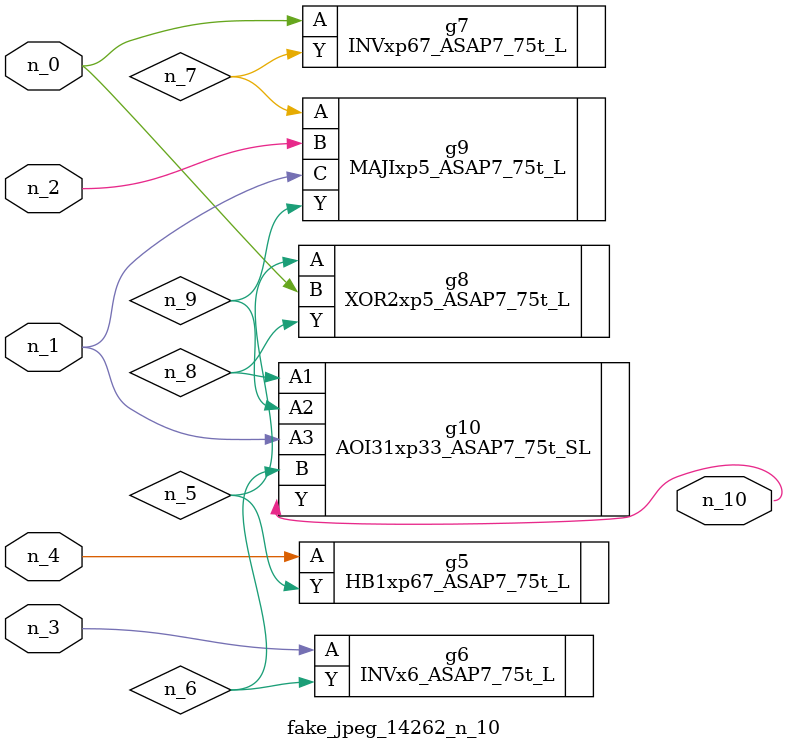
<source format=v>
module fake_jpeg_14262_n_10 (n_3, n_2, n_1, n_0, n_4, n_10);

input n_3;
input n_2;
input n_1;
input n_0;
input n_4;

output n_10;

wire n_8;
wire n_9;
wire n_6;
wire n_5;
wire n_7;

HB1xp67_ASAP7_75t_L g5 ( 
.A(n_4),
.Y(n_5)
);

INVx6_ASAP7_75t_L g6 ( 
.A(n_3),
.Y(n_6)
);

INVxp67_ASAP7_75t_L g7 ( 
.A(n_0),
.Y(n_7)
);

XOR2xp5_ASAP7_75t_L g8 ( 
.A(n_5),
.B(n_0),
.Y(n_8)
);

AOI31xp33_ASAP7_75t_SL g10 ( 
.A1(n_8),
.A2(n_9),
.A3(n_1),
.B(n_6),
.Y(n_10)
);

MAJIxp5_ASAP7_75t_L g9 ( 
.A(n_7),
.B(n_2),
.C(n_1),
.Y(n_9)
);


endmodule
</source>
